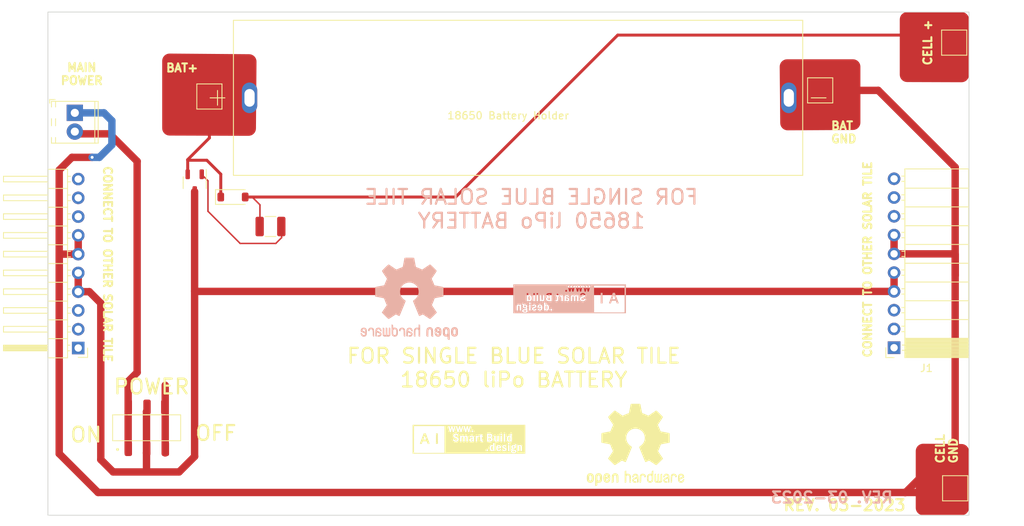
<source format=kicad_pcb>
(kicad_pcb (version 20221018) (generator pcbnew)
  (layers (0 "F.Cu" signal) (31 "B.Cu" signal) (34 "B.Paste" user) (35 "F.Paste" user) (36 "B.SilkS" user "B.Silkscreen") (37 "F.SilkS" user "F.Silkscreen") (38 "B.Mask" user) (39 "F.Mask" user) (44 "Edge.Cuts" user))
  (net 0 "")
  (net 1 "BAT+")
  (net 2 "Net-(D1-A)")
  (net 6 "PWR")
  (net 7 "GND")
  (net 17 "PWR_HOME")
  (net 18 "Net-(Q1-B)")
  (net 19 "Net-(J4-Pin_1)")
  (footprint "AeonLabs Logos:smart build design" (layer "F.Cu") (at 166.11 123.49)
    (fp_text reference "G***" hide)
    (fp_text value "LOGO" hide)
  )
  (footprint "Symbol:OSHW-Logo2_14.6x12mm_SilkScreen" (layer "F.Cu") (at 188.63 124.25)
    (fp_text reference "REF**" hide)
    (fp_text value "OSHW-Logo2_14.6x12mm_SilkScreen" hide)
  )
  (footprint "Package_TO_SOT_SMD:SOT-23-3" (layer "F.Cu") (at 129.04 88.78 -90)
    (fp_text reference "Q1" hide)
    (fp_text value "S8550" hide)
    (pad "1" smd roundrect (at -1.1375 -0.95 270) (size 1.325 0.6) (layers "F.Cu" "F.Paste" "F.Mask") (net 18 "Net-(Q1-B)"))
    (pad "2" smd roundrect (at -1.1375 0.95 270) (size 1.325 0.6) (layers "F.Cu" "F.Paste" "F.Mask") (net 1 "BAT+"))
    (pad "3" smd roundrect (at 1.1375 0 270) (size 1.325 0.6) (layers "F.Cu" "F.Paste" "F.Mask") (net 6 "PWR"))
  )
  (footprint "Button_Switch_THT:Toggle Switch 2 pos PCB  MSS-22D18G2 2P2T" (layer "F.Cu") (at 124.44 131.91)
    (fp_text reference "J4" hide)
    (fp_text value "Conn_02x03_Counter_Clockwise" hide)
    (pad "1" smd roundrect (at -4.38 -7.14) (size 1 2) (layers "F.Cu" "F.Paste" "F.Mask") (net 19 "Net-(J4-Pin_1)"))
    (pad "2" smd roundrect (at -4.38 -12.78) (size 1 2) (layers "F.Cu" "F.Paste" "F.Mask") (net 6 "PWR"))
    (pad "3" smd roundrect (at -1.89 -7.15) (size 1 2) (layers "F.Cu" "F.Paste" "F.Mask") (net 17 "PWR_HOME"))
    (pad "4" smd roundrect (at -1.85 -12.78) (size 1 2) (layers "F.Cu" "F.Paste" "F.Mask") (net 17 "PWR_HOME"))
    (pad "5" smd roundrect (at 0.63 -7.14) (size 1 2) (layers "F.Cu" "F.Paste" "F.Mask") (net 6 "PWR"))
    (pad "6" smd roundrect (at 0.55 -12.77) (size 1 2) (layers "F.Cu" "F.Paste" "F.Mask") (net 19 "Net-(J4-Pin_1)"))
  )
  (footprint "TestPoint:TestPoint_Pad_3.0x3.0mm" (layer "F.Cu") (at 213.59 76.29)
    (fp_text reference "TPBAT_NEG1" hide)
    (fp_text value "BAT-" hide)
    (pad "1" smd rect (at 0 0) (size 3 3) (layers "F.Cu" "F.Mask") (net 7 "GND"))
  )
  (footprint "Connector_PinHeader_2.54mm:PinHeader_1x10_P2.54mm_Horizontal" (layer "F.Cu") (at 113.29 111.15 180)
    (fp_text reference "J2" hide)
    (fp_text value "Conn_01x10_Pin" hide)
    (pad "1" thru_hole rect (at 0 0 180) (size 1.7 1.7) (drill 1) (layers "*.Cu" "*.Mask"))
    (pad "2" thru_hole oval (at 0 2.54 180) (size 1.7 1.7) (drill 1) (layers "*.Cu" "*.Mask"))
    (pad "3" thru_hole oval (at 0 5.08 180) (size 1.7 1.7) (drill 1) (layers "*.Cu" "*.Mask"))
    (pad "4" thru_hole oval (at 0 7.62 180) (size 1.7 1.7) (drill 1) (layers "*.Cu" "*.Mask") (net 6 "PWR"))
    (pad "5" thru_hole oval (at 0 10.16 180) (size 1.7 1.7) (drill 1) (layers "*.Cu" "*.Mask") (net 6 "PWR"))
    (pad "6" thru_hole oval (at 0 12.7 180) (size 1.7 1.7) (drill 1) (layers "*.Cu" "*.Mask") (net 7 "GND"))
    (pad "7" thru_hole oval (at 0 15.24 180) (size 1.7 1.7) (drill 1) (layers "*.Cu" "*.Mask") (net 7 "GND"))
    (pad "8" thru_hole oval (at 0 17.78 180) (size 1.7 1.7) (drill 1) (layers "*.Cu" "*.Mask"))
    (pad "9" thru_hole oval (at 0 20.32 180) (size 1.7 1.7) (drill 1) (layers "*.Cu" "*.Mask"))
    (pad "10" thru_hole oval (at 0 22.86 180) (size 1.7 1.7) (drill 1) (layers "*.Cu" "*.Mask"))
  )
  (footprint "TestPoint:TestPoint_Pad_3.0x3.0mm" (layer "F.Cu") (at 231.84 130.13)
    (fp_text reference "TPSC_NEG1" hide)
    (fp_text value "SC-" hide)
    (pad "1" smd rect (at 0 0) (size 3 3) (layers "F.Cu" "F.Mask") (net 7 "GND"))
  )
  (footprint "Connector_PinSocket_2.54mm:PinSocket_1x10_P2.54mm_Horizontal" (layer "F.Cu") (at 223.58 111.11 180)
    (fp_text reference "J1" (at -4.38 -2.77) (layer "F.SilkS"))
    (fp_text value "Conn_01x10_Socket" hide)
    (pad "1" thru_hole rect (at 0 0 180) (size 1.7 1.7) (drill 1) (layers "*.Cu" "*.Mask"))
    (pad "2" thru_hole oval (at 0 2.54 180) (size 1.7 1.7) (drill 1) (layers "*.Cu" "*.Mask"))
    (pad "3" thru_hole oval (at 0 5.08 180) (size 1.7 1.7) (drill 1) (layers "*.Cu" "*.Mask"))
    (pad "4" thru_hole oval (at 0 7.62 180) (size 1.7 1.7) (drill 1) (layers "*.Cu" "*.Mask") (net 6 "PWR"))
    (pad "5" thru_hole oval (at 0 10.16 180) (size 1.7 1.7) (drill 1) (layers "*.Cu" "*.Mask") (net 6 "PWR"))
    (pad "6" thru_hole oval (at 0 12.7 180) (size 1.7 1.7) (drill 1) (layers "*.Cu" "*.Mask") (net 7 "GND"))
    (pad "7" thru_hole oval (at 0 15.24 180) (size 1.7 1.7) (drill 1) (layers "*.Cu" "*.Mask") (net 7 "GND"))
    (pad "8" thru_hole oval (at 0 17.78 180) (size 1.7 1.7) (drill 1) (layers "*.Cu" "*.Mask"))
    (pad "9" thru_hole oval (at 0 20.32 180) (size 1.7 1.7) (drill 1) (layers "*.Cu" "*.Mask"))
    (pad "10" thru_hole oval (at 0 22.86 180) (size 1.7 1.7) (drill 1) (layers "*.Cu" "*.Mask"))
  )
  (footprint "Battery:batery holder BAT_BK-18650-PC2" (layer "F.Cu") (at 172.75 77.3)
    (fp_text reference "BT1" hide)
    (fp_text value "BK-18650-PC2" hide)
    (pad "" np_thru_hole circle (at -27.805 0) (size 3.2 3.2) (drill 3.2) (layers "*.Cu" "*.Mask"))
    (pad "" np_thru_hole circle (at 27.81 0) (size 3.2 3.2) (drill 3.2) (layers "*.Cu" "*.Mask"))
    (pad "+" thru_hole oval (at -36.3 0) (size 2.07 4.14) (drill oval 1.38 2.4) (layers "*.Cu" "*.Mask") (net 1 "BAT+"))
    (pad "-" thru_hole oval (at 36.6 0) (size 2.07 4.14) (drill oval 1.38 2.4) (layers "*.Cu" "*.Mask") (net 7 "GND"))
  )
  (footprint "Diode_SMD:D_SOD-123" (layer "F.Cu") (at 134.21 90.72)
    (fp_text reference "D1" hide)
    (fp_text value "1N5712" hide)
    (pad "1" smd roundrect (at -1.65 0) (size 0.9 1.2) (layers "F.Cu" "F.Paste" "F.Mask") (net 1 "BAT+"))
    (pad "2" smd roundrect (at 1.65 0) (size 0.9 1.2) (layers "F.Cu" "F.Paste" "F.Mask") (net 2 "Net-(D1-A)"))
  )
  (footprint "TerminalBlock_Phoenix:TerminalBlock_Phoenix_MPT-0,5-2-2.54_1x02_P2.54mm_Horizontal" (layer "F.Cu") (at 112.83 79.33 -90)
    (fp_text reference "J3" hide)
    (fp_text value "Screw_Terminal_01x02" hide)
    (pad "" np_thru_hole circle (at 0 2.54 270) (size 1.1 1.1) (drill 1.1) (layers "*.Cu" "*.Mask"))
    (pad "" np_thru_hole circle (at 2.54 2.54 270) (size 1.1 1.1) (drill 1.1) (layers "*.Cu" "*.Mask"))
    (pad "1" thru_hole rect (at 0 0 270) (size 2.2 2.2) (drill 1.1) (layers "*.Cu" "*.Mask") (net 7 "GND"))
    (pad "2" thru_hole circle (at 2.54 0 270) (size 2.2 2.2) (drill 1.1) (layers "*.Cu" "*.Mask") (net 17 "PWR_HOME"))
  )
  (footprint "TestPoint:TestPoint_Pad_3.0x3.0mm" (layer "F.Cu") (at 131.02 77.12)
    (fp_text reference "BAT_POS1" hide)
    (fp_text value "BAT+" hide)
    (pad "1" smd rect (at 0 0) (size 3 3) (layers "F.Cu" "F.Mask") (net 1 "BAT+"))
  )
  (footprint "TestPoint:TestPoint_Pad_3.0x3.0mm" (layer "F.Cu") (at 231.71 69.83)
    (fp_text reference "SC_POS1" hide)
    (fp_text value "SC+" hide)
    (pad "1" smd rect (at 0 0) (size 3 3) (layers "F.Cu" "F.Mask") (net 2 "Net-(D1-A)"))
  )
  (footprint "Resistor_SMD:R_1210_3225Metric" (layer "F.Cu") (at 139.28 94.71)
    (fp_text reference "R1" hide)
    (fp_text value "5K6" hide)
    (pad "1" smd roundrect (at -1.4625 0) (size 1.125 2.65) (layers "F.Cu" "F.Paste" "F.Mask") (roundrect_rratio 0.2222222222) (net 2 "Net-(D1-A)"))
    (pad "2" smd roundrect (at 1.4625 0) (size 1.125 2.65) (layers "F.Cu" "F.Paste" "F.Mask") (roundrect_rratio 0.2222222222) (net 18 "Net-(Q1-B)"))
  )
  (footprint "AeonLabs Logos:smart build design" (layer "B.Cu") (at 179.72 104.48 180)
    (fp_text reference "G***" hide)
    (fp_text value "LOGO" hide)
  )
  (footprint "Symbol:OSHW-Logo2_14.6x12mm_SilkScreen" (layer "B.Cu") (at 158.05 104.48 180)
    (fp_text reference "REF**" hide)
    (fp_text value "OSHW-Logo2_14.6x12mm_SilkScreen" hide)
  )
  (gr_rect (start 109.19 65.69) (end 233.71 133.78) (stroke (width 0.1)) (fill none) (layer "Edge.Cuts"))
  (gr_text "REV. 03-2023 " (at 223.58 132.26) (layer "B.SilkS") (effects (font (size 1.5 1.5) (thickness 0.3) bold) (justify left bottom mirror)))
  (gr_text "FOR SINGLE BLUE SOLAR TILE\n18650 liPo BATTERY" (at 174.54 95.11) (layer "B.SilkS") (effects (font (size 2 2) (thickness 0.3) bold) (justify bottom mirror)))
  (gr_text "ON" (at 112.06 124.06) (layer "F.SilkS") (effects (font (size 2 2) (thickness 0.3) bold) (justify left bottom)))
  (gr_text "BAT+" (at 125.03 73.89) (layer "F.SilkS") (effects (font (size 1.1 1.1) (thickness 0.275) bold) (justify left bottom)))
  (gr_text "POWER" (at 117.92 117.55) (layer "F.SilkS") (effects (font (size 2 2) (thickness 0.3) bold) (justify left bottom)))
  (gr_text "CONNECT TO OTHER SOLAR TILE" (at 220.64 112.57 90) (layer "F.SilkS") (effects (font (size 1.1 1.1) (thickness 0.275) bold) (justify left bottom)))
  (gr_text "CONNECT TO OTHER SOLAR TILE" (at 116.62 86.4 -90) (layer "F.SilkS") (effects (font (size 1.1 1.1) (thickness 0.275) bold) (justify left bottom)))
  (gr_text "OFF" (at 128.94 123.84) (layer "F.SilkS") (effects (font (size 2 2) (thickness 0.3) bold) (justify left bottom)))
  (gr_text "CELL +" (at 228.77 73.04 90) (layer "F.SilkS") (effects (font (size 1.1 1.1) (thickness 0.275) bold) (justify left bottom)))
  (gr_text "BAT\nGND" (at 214.93 83.5) (layer "F.SilkS") (effects (font (size 1.1 1.1) (thickness 0.275) bold) (justify left bottom)))
  (gr_text "18650 Battery Holder\n" (at 163.1 80.29) (layer "F.SilkS") (effects (font (size 1 1)) (justify left bottom)))
  (gr_text "MAIN\nPOWER" (at 113.77 75.61) (layer "F.SilkS") (effects (font (size 1.1 1.1) (thickness 0.275) bold) (justify bottom)))
  (gr_text "REV. 03-2023 " (at 208.47 133.3) (layer "F.SilkS") (effects (font (size 1.5 1.5) (thickness 0.3) bold) (justify left bottom)))
  (gr_text "CELL\nGND" (at 232.24 126.9 90) (layer "F.SilkS") (effects (font (size 1.1 1.1) (thickness 0.275) bold) (justify left bottom)))
  (gr_text "FOR SINGLE BLUE SOLAR TILE\n18650 liPo BATTERY" (at 172.17 116.61) (layer "F.SilkS") (effects (font (size 2 2) (thickness 0.3) bold) (justify bottom)))
  (segment (start 132.56 87.63) (end 132.56 90.72) (width 0.4) (layer "F.Cu") (net 1))
  (segment (start 128.09 85.66) (end 128.09 87.685) (width 0.4) (layer "F.Cu") (net 1))
  (segment (start 128.09 85.74) (end 130.67 85.74) (width 0.4) (layer "F.Cu") (net 1))
  (segment (start 131.02 77.12) (end 131.02 82.73) (width 0.4) (layer "F.Cu") (net 1))
  (segment (start 136.45 77.3) (end 131.2 77.3) (width 1) (layer "F.Cu") (net 1))
  (segment (start 131.2 77.3) (end 131.02 77.12) (width 1) (layer "F.Cu") (net 1))
  (segment (start 131.02 82.73) (end 128.09 85.66) (width 0.4) (layer "F.Cu") (net 1))
  (segment (start 130.67 85.74) (end 132.56 87.63) (width 0.4) (layer "F.Cu") (net 1))
  (segment (start 186.22 68.81) (end 164.31 90.72) (width 0.4) (layer "F.Cu") (net 2))
  (segment (start 137.8575 91.7775) (end 137.8575 95.42) (width 0.2) (layer "F.Cu") (net 2))
  (segment (start 231.71 69.83) (end 230.69 68.81) (width 0.4) (layer "F.Cu") (net 2))
  (segment (start 164.31 90.72) (end 135.86 90.72) (width 0.4) (layer "F.Cu") (net 2))
  (segment (start 230.69 68.81) (end 186.22 68.81) (width 0.4) (layer "F.Cu") (net 2))
  (segment (start 136.8 90.72) (end 137.8575 91.7775) (width 0.2) (layer "F.Cu") (net 2))
  (segment (start 135.86 90.72) (end 136.8 90.72) (width 0.2) (layer "F.Cu") (net 2))
  (segment (start 113.29 100.99) (end 113.29 103.53) (width 1) (layer "F.Cu") (net 6))
  (segment (start 126.93 127.92) (end 118.01 127.92) (width 1) (layer "F.Cu") (net 6))
  (segment (start 116.34 126.25) (end 116.34 105.08) (width 1) (layer "F.Cu") (net 6))
  (segment (start 129.0525 103.49) (end 223.58 103.49) (width 1) (layer "F.Cu") (net 6))
  (segment (start 114.79 103.53) (end 113.29 103.53) (width 1) (layer "F.Cu") (net 6))
  (segment (start 122.52 125.35) (end 122.52 119.76) (width 1) (layer "F.Cu") (net 6))
  (segment (start 129.0225 125.8275) (end 126.93 127.92) (width 1) (layer "F.Cu") (net 6))
  (segment (start 129.0225 89.9775) (end 129.0225 125.8275) (width 1) (layer "F.Cu") (net 6))
  (segment (start 116.34 105.08) (end 114.79 103.53) (width 1) (layer "F.Cu") (net 6))
  (segment (start 118.01 127.92) (end 116.34 126.25) (width 1) (layer "F.Cu") (net 6))
  (segment (start 122.52 127.77) (end 122.52 125.35) (width 1) (layer "F.Cu") (net 6))
  (segment (start 223.58 100.95) (end 223.58 103.49) (width 1) (layer "F.Cu") (net 6))
  (segment (start 122.52 119.76) (end 122.56 119.72) (width 1) (layer "F.Cu") (net 6))
  (segment (start 129.0225 103.46) (end 129.0525 103.49) (width 1) (layer "F.Cu") (net 6))
  (segment (start 231.27 130.7) (end 225.03 130.7) (width 1) (layer "F.Cu") (net 7))
  (segment (start 110.72 98.46) (end 110.73 98.45) (width 0.4) (layer "F.Cu") (net 7))
  (segment (start 231.77 98.41) (end 223.58 98.41) (width 1) (layer "F.Cu") (net 7))
  (segment (start 110.73 98.45) (end 113.29 98.45) (width 1) (layer "F.Cu") (net 7))
  (segment (start 110.72 102.2) (end 110.72 98.46) (width 1) (layer "F.Cu") (net 7))
  (segment (start 223.58 98.41) (end 223.58 95.87) (width 1) (layer "F.Cu") (net 7))
  (segment (start 231.84 123.99) (end 231.84 101.3) (width 1) (layer "F.Cu") (net 7))
  (segment (start 110.72 125.45) (end 110.72 102.2) (width 1) (layer "F.Cu") (net 7))
  (segment (start 113.29 98.45) (end 113.29 95.91) (width 1) (layer "F.Cu") (net 7))
  (segment (start 231.84 101.3) (end 231.84 98.48) (width 1) (layer "F.Cu") (net 7))
  (segment (start 221.44 76.29) (end 213.59 76.29) (width 1) (layer "F.Cu") (net 7))
  (segment (start 231.84 130.13) (end 231.27 130.7) (width 0.4) (layer "F.Cu") (net 7))
  (segment (start 231.84 130.13) (end 231.84 123.99) (width 1) (layer "F.Cu") (net 7))
  (segment (start 231.84 86.69) (end 221.44 76.29) (width 1) (layer "F.Cu") (net 7))
  (segment (start 209.35 77.3) (end 212.58 77.3) (width 1) (layer "F.Cu") (net 7))
  (segment (start 115.17 85.35) (end 115.14 85.29) (width 0.4) (layer "F.Cu") (net 7))
  (segment (start 115.97 130.7) (end 110.72 125.45) (width 1) (layer "F.Cu") (net 7))
  (segment (start 110.72 102.2) (end 110.72 87.07) (width 1) (layer "F.Cu") (net 7))
  (segment (start 231.84 98.48) (end 231.77 98.41) (width 0.4) (layer "F.Cu") (net 7))
  (segment (start 225.03 130.7) (end 225.13 130.7) (width 1) (layer "F.Cu") (net 7))
  (segment (start 225.03 130.7) (end 115.97 130.7) (width 1) (layer "F.Cu") (net 7))
  (segment (start 112.44 85.35) (end 115.17 85.35) (width 1) (layer "F.Cu") (net 7))
  (segment (start 110.72 87.07) (end 112.44 85.35) (width 1) (layer "F.Cu") (net 7))
  (segment (start 225.13 130.7) (end 231.84 123.99) (width 1) (layer "F.Cu") (net 7))
  (segment (start 231.84 101.3) (end 231.84 86.69) (width 1) (layer "F.Cu") (net 7))
  (segment (start 212.58 77.3) (end 213.59 76.29) (width 1) (layer "F.Cu") (net 7))
  (via (at 115.17 85.35) (size 0.8) (drill 0.4) (layers "F.Cu" "B.Cu") (net 7))
  (segment (start 115.17 85.35) (end 116.15 85.35) (width 1) (layer "B.Cu") (net 7))
  (segment (start 117.84 83.66) (end 117.84 80.4) (width 1) (layer "B.Cu") (net 7))
  (segment (start 116.15 85.35) (end 117.84 83.66) (width 1) (layer "B.Cu") (net 7))
  (segment (start 117.84 80.4) (end 116.77 79.33) (width 1) (layer "B.Cu") (net 7))
  (segment (start 116.77 79.33) (end 112.83 79.33) (width 1) (layer "B.Cu") (net 7))
  (segment (start 120.04 119.71) (end 120.05 119.72) (width 1) (layer "F.Cu") (net 17))
  (segment (start 120.04 115.67) (end 120.04 119.71) (width 1) (layer "F.Cu") (net 17))
  (segment (start 113.13 82.17) (end 117.54 82.17) (width 1) (layer "F.Cu") (net 17))
  (segment (start 117.54 82.17) (end 121.255 85.885) (width 1) (layer "F.Cu") (net 17))
  (segment (start 121.255 114.455) (end 120.04 115.67) (width 1) (layer "F.Cu") (net 17))
  (segment (start 113.13 82.17) (end 112.83 81.87) (width 0.4) (layer "F.Cu") (net 17))
  (segment (start 120.04 119.71) (end 120.04 125.26) (width 1) (layer "F.Cu") (net 17))
  (segment (start 121.255 85.885) (end 121.255 114.455) (width 1) (layer "F.Cu") (net 17))
  (segment (start 140 97) (end 135.18 97) (width 0.2) (layer "F.Cu") (net 18))
  (segment (start 140.7825 95.42) (end 140.7825 96.2175) (width 0.2) (layer "F.Cu") (net 18))
  (segment (start 130.83 88.525) (end 129.99 87.685) (width 0.2) (layer "F.Cu") (net 18))
  (segment (start 130.83 92.65) (end 130.83 88.525) (width 0.2) (layer "F.Cu") (net 18))
  (segment (start 140.7825 96.2175) (end 140 97) (width 0.2) (layer "F.Cu") (net 18))
  (segment (start 135.18 97) (end 130.83 92.65) (width 0.2) (layer "F.Cu") (net 18))
  (segment (start 125.05 125.35) (end 125.05 116.19) (width 1) (layer "F.Cu") (net 19))
  (zone (net 2) (net_name "Net-(D1-A)") (layer "F.Cu") (connect_pads yes (clearance 0.5)) (min_thickness 0.25) (fill yes (thermal_gap 0.5) (thermal_bridge_width 0.5) (smoothing fillet) (radius 1))
    (polygon (pts (xy 224.35 64.06) (xy 224.35 75.16) (xy 238.92 75.21) (xy 239.01 64.17)))
  )
  (zone (net 7) (net_name "GND") (layer "F.Cu") (connect_pads yes (clearance 0.5)) (min_thickness 0.25) (fill yes (thermal_gap 0.5) (thermal_bridge_width 0.5) (smoothing fillet) (radius 1))
    (polygon (pts (xy 208.108865 72.081356) (xy 208.198865 81.701356) (xy 219.028865 81.641356) (xy 219.028865 72.081356)))
  )
  (zone (net 7) (net_name "GND") (layer "F.Cu") (connect_pads yes (clearance 0.5)) (min_thickness 0.25) (fill yes (thermal_gap 0.5) (thermal_bridge_width 0.5) (smoothing fillet) (radius 1))
    (polygon (pts (xy 226.509299 124.09348) (xy 226.509299 135.19348) (xy 241.079299 135.24348) (xy 241.169299 124.20348)))
  )
  (zone (net 1) (net_name "BAT+") (layer "F.Cu") (connect_pads yes (clearance 0.5)) (min_thickness 0.25) (fill yes (thermal_gap 0.5) (thermal_bridge_width 0.5) (smoothing fillet) (radius 1))
    (polygon (pts (xy 124.638865 71.301356) (xy 124.638865 82.401356) (xy 137.308865 82.441356) (xy 137.398865 71.401356)))
  )
)
</source>
